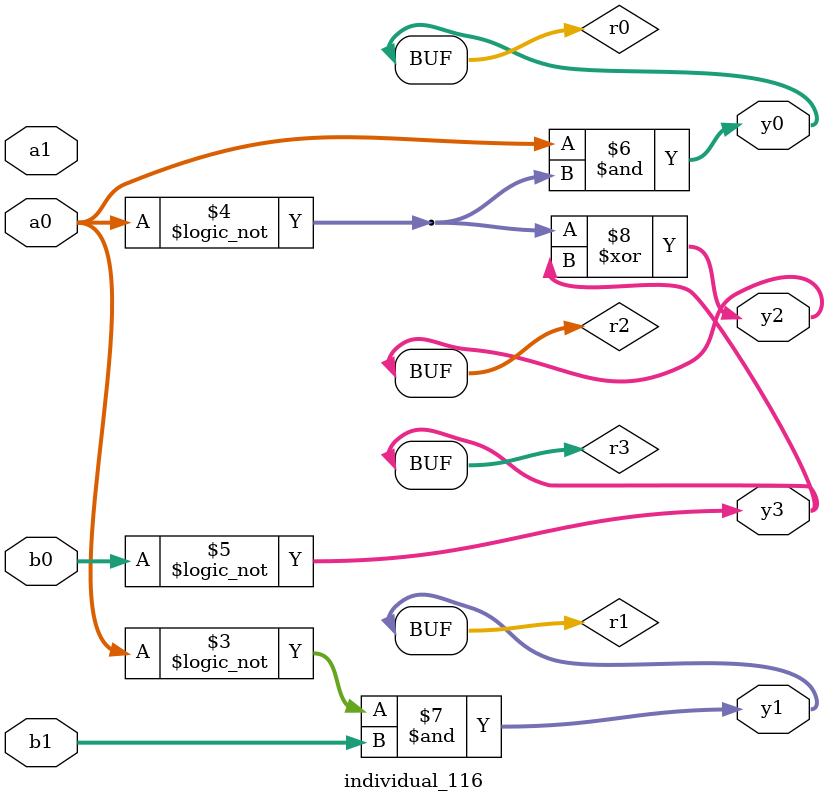
<source format=sv>
module individual_116(input logic [15:0] a1, input logic [15:0] a0, input logic [15:0] b1, input logic [15:0] b0, output logic [15:0] y3, output logic [15:0] y2, output logic [15:0] y1, output logic [15:0] y0);
logic [15:0] r0, r1, r2, r3; 
 always@(*) begin 
	 r0 = a0; r1 = a1; r2 = b0; r3 = b1; 
 	 r2  ^=  r3 ;
 	 r1 = ! r0 ;
 	 r2 = ! r0 ;
 	 r3 = ! b0 ;
 	 r0  &=  r2 ;
 	 r1  &=  b1 ;
 	 r2  ^=  r3 ;
 	 y3 = r3; y2 = r2; y1 = r1; y0 = r0; 
end
endmodule
</source>
